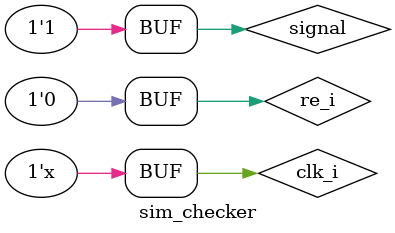
<source format=v>
`timescale 1ns / 1ps


module sim_checker(

    );
    reg clk_i,signal,re_i;
    wire inc;
    signalChecker checker(clk_i,signal,re_i,inc);
    initial begin
        clk_i<=0;
        signal<=0;
        re_i<=0;
        
        #20
        signal<=1;
        #20
        signal<=0;
        #20
        signal<=1;
        #20
        signal<=0;
        #20
        signal<=1;
        
        #100
        re_i<=1;
        #20
        re_i=0;
        signal=1;
        #20
        signal<=0;
        #20
        signal<=1;
        #20
        signal<=1;
        #20
        signal<=0;
        #20
        signal<=1;
    end
    
    always begin
    #10
    clk_i=~clk_i;
    end
endmodule

</source>
